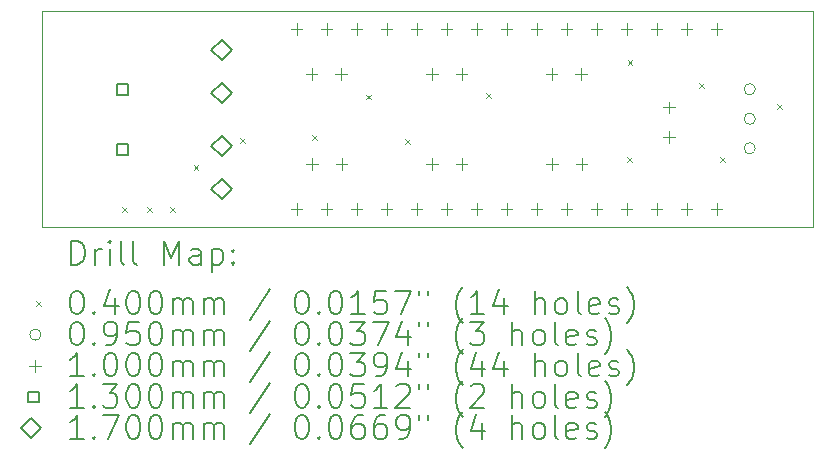
<source format=gbr>
%FSLAX45Y45*%
G04 Gerber Fmt 4.5, Leading zero omitted, Abs format (unit mm)*
G04 Created by KiCad (PCBNEW (6.0.4)) date 2022-06-19 17:23:50*
%MOMM*%
%LPD*%
G01*
G04 APERTURE LIST*
%TA.AperFunction,Profile*%
%ADD10C,0.100000*%
%TD*%
%ADD11C,0.200000*%
%ADD12C,0.040000*%
%ADD13C,0.095000*%
%ADD14C,0.100000*%
%ADD15C,0.130000*%
%ADD16C,0.170000*%
G04 APERTURE END LIST*
D10*
X18313400Y-8331200D02*
X11785600Y-8331200D01*
X11785600Y-8331200D02*
X11785600Y-10160000D01*
X11785600Y-10160000D02*
X18313400Y-10160000D01*
X18313400Y-10160000D02*
X18313400Y-8331200D01*
D11*
D12*
X12465522Y-9986652D02*
X12505522Y-10026652D01*
X12505522Y-9986652D02*
X12465522Y-10026652D01*
X12680000Y-9987600D02*
X12720000Y-10027600D01*
X12720000Y-9987600D02*
X12680000Y-10027600D01*
X12872850Y-9987600D02*
X12912850Y-10027600D01*
X12912850Y-9987600D02*
X12872850Y-10027600D01*
X13074114Y-9634510D02*
X13114114Y-9674510D01*
X13114114Y-9634510D02*
X13074114Y-9674510D01*
X13467400Y-9403400D02*
X13507400Y-9443400D01*
X13507400Y-9403400D02*
X13467400Y-9443400D01*
X14077000Y-9380600D02*
X14117000Y-9420600D01*
X14117000Y-9380600D02*
X14077000Y-9420600D01*
X14535157Y-9037450D02*
X14575157Y-9077450D01*
X14575157Y-9037450D02*
X14535157Y-9077450D01*
X14862487Y-9413750D02*
X14902487Y-9453750D01*
X14902487Y-9413750D02*
X14862487Y-9453750D01*
X15550200Y-9022400D02*
X15590200Y-9062400D01*
X15590200Y-9022400D02*
X15550200Y-9062400D01*
X16744000Y-9566150D02*
X16784000Y-9606150D01*
X16784000Y-9566150D02*
X16744000Y-9606150D01*
X16747300Y-8743000D02*
X16787300Y-8783000D01*
X16787300Y-8743000D02*
X16747300Y-8783000D01*
X17356100Y-8939600D02*
X17396100Y-8979600D01*
X17396100Y-8939600D02*
X17356100Y-8979600D01*
X17531400Y-9566150D02*
X17571400Y-9606150D01*
X17571400Y-9566150D02*
X17531400Y-9606150D01*
X18014000Y-9120000D02*
X18054000Y-9160000D01*
X18054000Y-9120000D02*
X18014000Y-9160000D01*
D13*
X17829200Y-8991600D02*
G75*
G03*
X17829200Y-8991600I-47500J0D01*
G01*
X17829200Y-9241600D02*
G75*
G03*
X17829200Y-9241600I-47500J0D01*
G01*
X17829200Y-9491600D02*
G75*
G03*
X17829200Y-9491600I-47500J0D01*
G01*
D14*
X13944600Y-8433600D02*
X13944600Y-8533600D01*
X13894600Y-8483600D02*
X13994600Y-8483600D01*
X13944600Y-9957600D02*
X13944600Y-10057600D01*
X13894600Y-10007600D02*
X13994600Y-10007600D01*
X14071600Y-8814600D02*
X14071600Y-8914600D01*
X14021600Y-8864600D02*
X14121600Y-8864600D01*
X14075600Y-9576600D02*
X14075600Y-9676600D01*
X14025600Y-9626600D02*
X14125600Y-9626600D01*
X14198600Y-8433600D02*
X14198600Y-8533600D01*
X14148600Y-8483600D02*
X14248600Y-8483600D01*
X14198600Y-9957600D02*
X14198600Y-10057600D01*
X14148600Y-10007600D02*
X14248600Y-10007600D01*
X14321600Y-8814600D02*
X14321600Y-8914600D01*
X14271600Y-8864600D02*
X14371600Y-8864600D01*
X14325600Y-9576600D02*
X14325600Y-9676600D01*
X14275600Y-9626600D02*
X14375600Y-9626600D01*
X14452600Y-8433600D02*
X14452600Y-8533600D01*
X14402600Y-8483600D02*
X14502600Y-8483600D01*
X14452600Y-9957600D02*
X14452600Y-10057600D01*
X14402600Y-10007600D02*
X14502600Y-10007600D01*
X14706600Y-8433600D02*
X14706600Y-8533600D01*
X14656600Y-8483600D02*
X14756600Y-8483600D01*
X14706600Y-9957600D02*
X14706600Y-10057600D01*
X14656600Y-10007600D02*
X14756600Y-10007600D01*
X14960600Y-8433600D02*
X14960600Y-8533600D01*
X14910600Y-8483600D02*
X15010600Y-8483600D01*
X14960600Y-9957600D02*
X14960600Y-10057600D01*
X14910600Y-10007600D02*
X15010600Y-10007600D01*
X15091600Y-8814600D02*
X15091600Y-8914600D01*
X15041600Y-8864600D02*
X15141600Y-8864600D01*
X15091600Y-9576600D02*
X15091600Y-9676600D01*
X15041600Y-9626600D02*
X15141600Y-9626600D01*
X15214600Y-8433600D02*
X15214600Y-8533600D01*
X15164600Y-8483600D02*
X15264600Y-8483600D01*
X15214600Y-9957600D02*
X15214600Y-10057600D01*
X15164600Y-10007600D02*
X15264600Y-10007600D01*
X15341600Y-8814600D02*
X15341600Y-8914600D01*
X15291600Y-8864600D02*
X15391600Y-8864600D01*
X15341600Y-9576600D02*
X15341600Y-9676600D01*
X15291600Y-9626600D02*
X15391600Y-9626600D01*
X15468600Y-8433600D02*
X15468600Y-8533600D01*
X15418600Y-8483600D02*
X15518600Y-8483600D01*
X15468600Y-9957600D02*
X15468600Y-10057600D01*
X15418600Y-10007600D02*
X15518600Y-10007600D01*
X15722600Y-8433600D02*
X15722600Y-8533600D01*
X15672600Y-8483600D02*
X15772600Y-8483600D01*
X15722600Y-9957600D02*
X15722600Y-10057600D01*
X15672600Y-10007600D02*
X15772600Y-10007600D01*
X15976600Y-8433600D02*
X15976600Y-8533600D01*
X15926600Y-8483600D02*
X16026600Y-8483600D01*
X15976600Y-9957600D02*
X15976600Y-10057600D01*
X15926600Y-10007600D02*
X16026600Y-10007600D01*
X16103600Y-8814600D02*
X16103600Y-8914600D01*
X16053600Y-8864600D02*
X16153600Y-8864600D01*
X16107600Y-9576600D02*
X16107600Y-9676600D01*
X16057600Y-9626600D02*
X16157600Y-9626600D01*
X16230600Y-8433600D02*
X16230600Y-8533600D01*
X16180600Y-8483600D02*
X16280600Y-8483600D01*
X16230600Y-9957600D02*
X16230600Y-10057600D01*
X16180600Y-10007600D02*
X16280600Y-10007600D01*
X16353600Y-8814600D02*
X16353600Y-8914600D01*
X16303600Y-8864600D02*
X16403600Y-8864600D01*
X16357600Y-9576600D02*
X16357600Y-9676600D01*
X16307600Y-9626600D02*
X16407600Y-9626600D01*
X16484600Y-8433600D02*
X16484600Y-8533600D01*
X16434600Y-8483600D02*
X16534600Y-8483600D01*
X16484600Y-9957600D02*
X16484600Y-10057600D01*
X16434600Y-10007600D02*
X16534600Y-10007600D01*
X16738600Y-8433600D02*
X16738600Y-8533600D01*
X16688600Y-8483600D02*
X16788600Y-8483600D01*
X16738600Y-9957600D02*
X16738600Y-10057600D01*
X16688600Y-10007600D02*
X16788600Y-10007600D01*
X16992600Y-8433600D02*
X16992600Y-8533600D01*
X16942600Y-8483600D02*
X17042600Y-8483600D01*
X16992600Y-9957600D02*
X16992600Y-10057600D01*
X16942600Y-10007600D02*
X17042600Y-10007600D01*
X17095900Y-9096000D02*
X17095900Y-9196000D01*
X17045900Y-9146000D02*
X17145900Y-9146000D01*
X17095900Y-9346000D02*
X17095900Y-9446000D01*
X17045900Y-9396000D02*
X17145900Y-9396000D01*
X17246600Y-8433600D02*
X17246600Y-8533600D01*
X17196600Y-8483600D02*
X17296600Y-8483600D01*
X17246600Y-9957600D02*
X17246600Y-10057600D01*
X17196600Y-10007600D02*
X17296600Y-10007600D01*
X17500600Y-8433600D02*
X17500600Y-8533600D01*
X17450600Y-8483600D02*
X17550600Y-8483600D01*
X17500600Y-9957600D02*
X17500600Y-10057600D01*
X17450600Y-10007600D02*
X17550600Y-10007600D01*
D15*
X12517362Y-9037562D02*
X12517362Y-8945638D01*
X12425438Y-8945638D01*
X12425438Y-9037562D01*
X12517362Y-9037562D01*
X12517362Y-9545562D02*
X12517362Y-9453638D01*
X12425438Y-9453638D01*
X12425438Y-9545562D01*
X12517362Y-9545562D01*
D16*
X13309600Y-8741100D02*
X13394600Y-8656100D01*
X13309600Y-8571100D01*
X13224600Y-8656100D01*
X13309600Y-8741100D01*
X13309600Y-9107100D02*
X13394600Y-9022100D01*
X13309600Y-8937100D01*
X13224600Y-9022100D01*
X13309600Y-9107100D01*
X13309600Y-9554100D02*
X13394600Y-9469100D01*
X13309600Y-9384100D01*
X13224600Y-9469100D01*
X13309600Y-9554100D01*
X13309600Y-9920100D02*
X13394600Y-9835100D01*
X13309600Y-9750100D01*
X13224600Y-9835100D01*
X13309600Y-9920100D01*
D11*
X12038219Y-10475476D02*
X12038219Y-10275476D01*
X12085838Y-10275476D01*
X12114409Y-10285000D01*
X12133457Y-10304048D01*
X12142981Y-10323095D01*
X12152505Y-10361190D01*
X12152505Y-10389762D01*
X12142981Y-10427857D01*
X12133457Y-10446905D01*
X12114409Y-10465952D01*
X12085838Y-10475476D01*
X12038219Y-10475476D01*
X12238219Y-10475476D02*
X12238219Y-10342143D01*
X12238219Y-10380238D02*
X12247743Y-10361190D01*
X12257267Y-10351667D01*
X12276314Y-10342143D01*
X12295362Y-10342143D01*
X12362028Y-10475476D02*
X12362028Y-10342143D01*
X12362028Y-10275476D02*
X12352505Y-10285000D01*
X12362028Y-10294524D01*
X12371552Y-10285000D01*
X12362028Y-10275476D01*
X12362028Y-10294524D01*
X12485838Y-10475476D02*
X12466790Y-10465952D01*
X12457267Y-10446905D01*
X12457267Y-10275476D01*
X12590600Y-10475476D02*
X12571552Y-10465952D01*
X12562028Y-10446905D01*
X12562028Y-10275476D01*
X12819171Y-10475476D02*
X12819171Y-10275476D01*
X12885838Y-10418333D01*
X12952505Y-10275476D01*
X12952505Y-10475476D01*
X13133457Y-10475476D02*
X13133457Y-10370714D01*
X13123933Y-10351667D01*
X13104886Y-10342143D01*
X13066790Y-10342143D01*
X13047743Y-10351667D01*
X13133457Y-10465952D02*
X13114409Y-10475476D01*
X13066790Y-10475476D01*
X13047743Y-10465952D01*
X13038219Y-10446905D01*
X13038219Y-10427857D01*
X13047743Y-10408810D01*
X13066790Y-10399286D01*
X13114409Y-10399286D01*
X13133457Y-10389762D01*
X13228695Y-10342143D02*
X13228695Y-10542143D01*
X13228695Y-10351667D02*
X13247743Y-10342143D01*
X13285838Y-10342143D01*
X13304886Y-10351667D01*
X13314409Y-10361190D01*
X13323933Y-10380238D01*
X13323933Y-10437381D01*
X13314409Y-10456429D01*
X13304886Y-10465952D01*
X13285838Y-10475476D01*
X13247743Y-10475476D01*
X13228695Y-10465952D01*
X13409648Y-10456429D02*
X13419171Y-10465952D01*
X13409648Y-10475476D01*
X13400124Y-10465952D01*
X13409648Y-10456429D01*
X13409648Y-10475476D01*
X13409648Y-10351667D02*
X13419171Y-10361190D01*
X13409648Y-10370714D01*
X13400124Y-10361190D01*
X13409648Y-10351667D01*
X13409648Y-10370714D01*
D12*
X11740600Y-10785000D02*
X11780600Y-10825000D01*
X11780600Y-10785000D02*
X11740600Y-10825000D01*
D11*
X12076314Y-10695476D02*
X12095362Y-10695476D01*
X12114409Y-10705000D01*
X12123933Y-10714524D01*
X12133457Y-10733571D01*
X12142981Y-10771667D01*
X12142981Y-10819286D01*
X12133457Y-10857381D01*
X12123933Y-10876429D01*
X12114409Y-10885952D01*
X12095362Y-10895476D01*
X12076314Y-10895476D01*
X12057267Y-10885952D01*
X12047743Y-10876429D01*
X12038219Y-10857381D01*
X12028695Y-10819286D01*
X12028695Y-10771667D01*
X12038219Y-10733571D01*
X12047743Y-10714524D01*
X12057267Y-10705000D01*
X12076314Y-10695476D01*
X12228695Y-10876429D02*
X12238219Y-10885952D01*
X12228695Y-10895476D01*
X12219171Y-10885952D01*
X12228695Y-10876429D01*
X12228695Y-10895476D01*
X12409648Y-10762143D02*
X12409648Y-10895476D01*
X12362028Y-10685952D02*
X12314409Y-10828810D01*
X12438219Y-10828810D01*
X12552505Y-10695476D02*
X12571552Y-10695476D01*
X12590600Y-10705000D01*
X12600124Y-10714524D01*
X12609648Y-10733571D01*
X12619171Y-10771667D01*
X12619171Y-10819286D01*
X12609648Y-10857381D01*
X12600124Y-10876429D01*
X12590600Y-10885952D01*
X12571552Y-10895476D01*
X12552505Y-10895476D01*
X12533457Y-10885952D01*
X12523933Y-10876429D01*
X12514409Y-10857381D01*
X12504886Y-10819286D01*
X12504886Y-10771667D01*
X12514409Y-10733571D01*
X12523933Y-10714524D01*
X12533457Y-10705000D01*
X12552505Y-10695476D01*
X12742981Y-10695476D02*
X12762028Y-10695476D01*
X12781076Y-10705000D01*
X12790600Y-10714524D01*
X12800124Y-10733571D01*
X12809648Y-10771667D01*
X12809648Y-10819286D01*
X12800124Y-10857381D01*
X12790600Y-10876429D01*
X12781076Y-10885952D01*
X12762028Y-10895476D01*
X12742981Y-10895476D01*
X12723933Y-10885952D01*
X12714409Y-10876429D01*
X12704886Y-10857381D01*
X12695362Y-10819286D01*
X12695362Y-10771667D01*
X12704886Y-10733571D01*
X12714409Y-10714524D01*
X12723933Y-10705000D01*
X12742981Y-10695476D01*
X12895362Y-10895476D02*
X12895362Y-10762143D01*
X12895362Y-10781190D02*
X12904886Y-10771667D01*
X12923933Y-10762143D01*
X12952505Y-10762143D01*
X12971552Y-10771667D01*
X12981076Y-10790714D01*
X12981076Y-10895476D01*
X12981076Y-10790714D02*
X12990600Y-10771667D01*
X13009648Y-10762143D01*
X13038219Y-10762143D01*
X13057267Y-10771667D01*
X13066790Y-10790714D01*
X13066790Y-10895476D01*
X13162028Y-10895476D02*
X13162028Y-10762143D01*
X13162028Y-10781190D02*
X13171552Y-10771667D01*
X13190600Y-10762143D01*
X13219171Y-10762143D01*
X13238219Y-10771667D01*
X13247743Y-10790714D01*
X13247743Y-10895476D01*
X13247743Y-10790714D02*
X13257267Y-10771667D01*
X13276314Y-10762143D01*
X13304886Y-10762143D01*
X13323933Y-10771667D01*
X13333457Y-10790714D01*
X13333457Y-10895476D01*
X13723933Y-10685952D02*
X13552505Y-10943095D01*
X13981076Y-10695476D02*
X14000124Y-10695476D01*
X14019171Y-10705000D01*
X14028695Y-10714524D01*
X14038219Y-10733571D01*
X14047743Y-10771667D01*
X14047743Y-10819286D01*
X14038219Y-10857381D01*
X14028695Y-10876429D01*
X14019171Y-10885952D01*
X14000124Y-10895476D01*
X13981076Y-10895476D01*
X13962028Y-10885952D01*
X13952505Y-10876429D01*
X13942981Y-10857381D01*
X13933457Y-10819286D01*
X13933457Y-10771667D01*
X13942981Y-10733571D01*
X13952505Y-10714524D01*
X13962028Y-10705000D01*
X13981076Y-10695476D01*
X14133457Y-10876429D02*
X14142981Y-10885952D01*
X14133457Y-10895476D01*
X14123933Y-10885952D01*
X14133457Y-10876429D01*
X14133457Y-10895476D01*
X14266790Y-10695476D02*
X14285838Y-10695476D01*
X14304886Y-10705000D01*
X14314409Y-10714524D01*
X14323933Y-10733571D01*
X14333457Y-10771667D01*
X14333457Y-10819286D01*
X14323933Y-10857381D01*
X14314409Y-10876429D01*
X14304886Y-10885952D01*
X14285838Y-10895476D01*
X14266790Y-10895476D01*
X14247743Y-10885952D01*
X14238219Y-10876429D01*
X14228695Y-10857381D01*
X14219171Y-10819286D01*
X14219171Y-10771667D01*
X14228695Y-10733571D01*
X14238219Y-10714524D01*
X14247743Y-10705000D01*
X14266790Y-10695476D01*
X14523933Y-10895476D02*
X14409648Y-10895476D01*
X14466790Y-10895476D02*
X14466790Y-10695476D01*
X14447743Y-10724048D01*
X14428695Y-10743095D01*
X14409648Y-10752619D01*
X14704886Y-10695476D02*
X14609648Y-10695476D01*
X14600124Y-10790714D01*
X14609648Y-10781190D01*
X14628695Y-10771667D01*
X14676314Y-10771667D01*
X14695362Y-10781190D01*
X14704886Y-10790714D01*
X14714409Y-10809762D01*
X14714409Y-10857381D01*
X14704886Y-10876429D01*
X14695362Y-10885952D01*
X14676314Y-10895476D01*
X14628695Y-10895476D01*
X14609648Y-10885952D01*
X14600124Y-10876429D01*
X14781076Y-10695476D02*
X14914409Y-10695476D01*
X14828695Y-10895476D01*
X14981076Y-10695476D02*
X14981076Y-10733571D01*
X15057267Y-10695476D02*
X15057267Y-10733571D01*
X15352505Y-10971667D02*
X15342981Y-10962143D01*
X15323933Y-10933571D01*
X15314409Y-10914524D01*
X15304886Y-10885952D01*
X15295362Y-10838333D01*
X15295362Y-10800238D01*
X15304886Y-10752619D01*
X15314409Y-10724048D01*
X15323933Y-10705000D01*
X15342981Y-10676429D01*
X15352505Y-10666905D01*
X15533457Y-10895476D02*
X15419171Y-10895476D01*
X15476314Y-10895476D02*
X15476314Y-10695476D01*
X15457267Y-10724048D01*
X15438219Y-10743095D01*
X15419171Y-10752619D01*
X15704886Y-10762143D02*
X15704886Y-10895476D01*
X15657267Y-10685952D02*
X15609648Y-10828810D01*
X15733457Y-10828810D01*
X15962028Y-10895476D02*
X15962028Y-10695476D01*
X16047743Y-10895476D02*
X16047743Y-10790714D01*
X16038219Y-10771667D01*
X16019171Y-10762143D01*
X15990600Y-10762143D01*
X15971552Y-10771667D01*
X15962028Y-10781190D01*
X16171552Y-10895476D02*
X16152505Y-10885952D01*
X16142981Y-10876429D01*
X16133457Y-10857381D01*
X16133457Y-10800238D01*
X16142981Y-10781190D01*
X16152505Y-10771667D01*
X16171552Y-10762143D01*
X16200124Y-10762143D01*
X16219171Y-10771667D01*
X16228695Y-10781190D01*
X16238219Y-10800238D01*
X16238219Y-10857381D01*
X16228695Y-10876429D01*
X16219171Y-10885952D01*
X16200124Y-10895476D01*
X16171552Y-10895476D01*
X16352505Y-10895476D02*
X16333457Y-10885952D01*
X16323933Y-10866905D01*
X16323933Y-10695476D01*
X16504886Y-10885952D02*
X16485838Y-10895476D01*
X16447743Y-10895476D01*
X16428695Y-10885952D01*
X16419171Y-10866905D01*
X16419171Y-10790714D01*
X16428695Y-10771667D01*
X16447743Y-10762143D01*
X16485838Y-10762143D01*
X16504886Y-10771667D01*
X16514409Y-10790714D01*
X16514409Y-10809762D01*
X16419171Y-10828810D01*
X16590600Y-10885952D02*
X16609648Y-10895476D01*
X16647743Y-10895476D01*
X16666790Y-10885952D01*
X16676314Y-10866905D01*
X16676314Y-10857381D01*
X16666790Y-10838333D01*
X16647743Y-10828810D01*
X16619171Y-10828810D01*
X16600124Y-10819286D01*
X16590600Y-10800238D01*
X16590600Y-10790714D01*
X16600124Y-10771667D01*
X16619171Y-10762143D01*
X16647743Y-10762143D01*
X16666790Y-10771667D01*
X16742981Y-10971667D02*
X16752505Y-10962143D01*
X16771552Y-10933571D01*
X16781076Y-10914524D01*
X16790600Y-10885952D01*
X16800124Y-10838333D01*
X16800124Y-10800238D01*
X16790600Y-10752619D01*
X16781076Y-10724048D01*
X16771552Y-10705000D01*
X16752505Y-10676429D01*
X16742981Y-10666905D01*
D13*
X11780600Y-11069000D02*
G75*
G03*
X11780600Y-11069000I-47500J0D01*
G01*
D11*
X12076314Y-10959476D02*
X12095362Y-10959476D01*
X12114409Y-10969000D01*
X12123933Y-10978524D01*
X12133457Y-10997571D01*
X12142981Y-11035667D01*
X12142981Y-11083286D01*
X12133457Y-11121381D01*
X12123933Y-11140429D01*
X12114409Y-11149952D01*
X12095362Y-11159476D01*
X12076314Y-11159476D01*
X12057267Y-11149952D01*
X12047743Y-11140429D01*
X12038219Y-11121381D01*
X12028695Y-11083286D01*
X12028695Y-11035667D01*
X12038219Y-10997571D01*
X12047743Y-10978524D01*
X12057267Y-10969000D01*
X12076314Y-10959476D01*
X12228695Y-11140429D02*
X12238219Y-11149952D01*
X12228695Y-11159476D01*
X12219171Y-11149952D01*
X12228695Y-11140429D01*
X12228695Y-11159476D01*
X12333457Y-11159476D02*
X12371552Y-11159476D01*
X12390600Y-11149952D01*
X12400124Y-11140429D01*
X12419171Y-11111857D01*
X12428695Y-11073762D01*
X12428695Y-10997571D01*
X12419171Y-10978524D01*
X12409648Y-10969000D01*
X12390600Y-10959476D01*
X12352505Y-10959476D01*
X12333457Y-10969000D01*
X12323933Y-10978524D01*
X12314409Y-10997571D01*
X12314409Y-11045190D01*
X12323933Y-11064238D01*
X12333457Y-11073762D01*
X12352505Y-11083286D01*
X12390600Y-11083286D01*
X12409648Y-11073762D01*
X12419171Y-11064238D01*
X12428695Y-11045190D01*
X12609648Y-10959476D02*
X12514409Y-10959476D01*
X12504886Y-11054714D01*
X12514409Y-11045190D01*
X12533457Y-11035667D01*
X12581076Y-11035667D01*
X12600124Y-11045190D01*
X12609648Y-11054714D01*
X12619171Y-11073762D01*
X12619171Y-11121381D01*
X12609648Y-11140429D01*
X12600124Y-11149952D01*
X12581076Y-11159476D01*
X12533457Y-11159476D01*
X12514409Y-11149952D01*
X12504886Y-11140429D01*
X12742981Y-10959476D02*
X12762028Y-10959476D01*
X12781076Y-10969000D01*
X12790600Y-10978524D01*
X12800124Y-10997571D01*
X12809648Y-11035667D01*
X12809648Y-11083286D01*
X12800124Y-11121381D01*
X12790600Y-11140429D01*
X12781076Y-11149952D01*
X12762028Y-11159476D01*
X12742981Y-11159476D01*
X12723933Y-11149952D01*
X12714409Y-11140429D01*
X12704886Y-11121381D01*
X12695362Y-11083286D01*
X12695362Y-11035667D01*
X12704886Y-10997571D01*
X12714409Y-10978524D01*
X12723933Y-10969000D01*
X12742981Y-10959476D01*
X12895362Y-11159476D02*
X12895362Y-11026143D01*
X12895362Y-11045190D02*
X12904886Y-11035667D01*
X12923933Y-11026143D01*
X12952505Y-11026143D01*
X12971552Y-11035667D01*
X12981076Y-11054714D01*
X12981076Y-11159476D01*
X12981076Y-11054714D02*
X12990600Y-11035667D01*
X13009648Y-11026143D01*
X13038219Y-11026143D01*
X13057267Y-11035667D01*
X13066790Y-11054714D01*
X13066790Y-11159476D01*
X13162028Y-11159476D02*
X13162028Y-11026143D01*
X13162028Y-11045190D02*
X13171552Y-11035667D01*
X13190600Y-11026143D01*
X13219171Y-11026143D01*
X13238219Y-11035667D01*
X13247743Y-11054714D01*
X13247743Y-11159476D01*
X13247743Y-11054714D02*
X13257267Y-11035667D01*
X13276314Y-11026143D01*
X13304886Y-11026143D01*
X13323933Y-11035667D01*
X13333457Y-11054714D01*
X13333457Y-11159476D01*
X13723933Y-10949952D02*
X13552505Y-11207095D01*
X13981076Y-10959476D02*
X14000124Y-10959476D01*
X14019171Y-10969000D01*
X14028695Y-10978524D01*
X14038219Y-10997571D01*
X14047743Y-11035667D01*
X14047743Y-11083286D01*
X14038219Y-11121381D01*
X14028695Y-11140429D01*
X14019171Y-11149952D01*
X14000124Y-11159476D01*
X13981076Y-11159476D01*
X13962028Y-11149952D01*
X13952505Y-11140429D01*
X13942981Y-11121381D01*
X13933457Y-11083286D01*
X13933457Y-11035667D01*
X13942981Y-10997571D01*
X13952505Y-10978524D01*
X13962028Y-10969000D01*
X13981076Y-10959476D01*
X14133457Y-11140429D02*
X14142981Y-11149952D01*
X14133457Y-11159476D01*
X14123933Y-11149952D01*
X14133457Y-11140429D01*
X14133457Y-11159476D01*
X14266790Y-10959476D02*
X14285838Y-10959476D01*
X14304886Y-10969000D01*
X14314409Y-10978524D01*
X14323933Y-10997571D01*
X14333457Y-11035667D01*
X14333457Y-11083286D01*
X14323933Y-11121381D01*
X14314409Y-11140429D01*
X14304886Y-11149952D01*
X14285838Y-11159476D01*
X14266790Y-11159476D01*
X14247743Y-11149952D01*
X14238219Y-11140429D01*
X14228695Y-11121381D01*
X14219171Y-11083286D01*
X14219171Y-11035667D01*
X14228695Y-10997571D01*
X14238219Y-10978524D01*
X14247743Y-10969000D01*
X14266790Y-10959476D01*
X14400124Y-10959476D02*
X14523933Y-10959476D01*
X14457267Y-11035667D01*
X14485838Y-11035667D01*
X14504886Y-11045190D01*
X14514409Y-11054714D01*
X14523933Y-11073762D01*
X14523933Y-11121381D01*
X14514409Y-11140429D01*
X14504886Y-11149952D01*
X14485838Y-11159476D01*
X14428695Y-11159476D01*
X14409648Y-11149952D01*
X14400124Y-11140429D01*
X14590600Y-10959476D02*
X14723933Y-10959476D01*
X14638219Y-11159476D01*
X14885838Y-11026143D02*
X14885838Y-11159476D01*
X14838219Y-10949952D02*
X14790600Y-11092810D01*
X14914409Y-11092810D01*
X14981076Y-10959476D02*
X14981076Y-10997571D01*
X15057267Y-10959476D02*
X15057267Y-10997571D01*
X15352505Y-11235667D02*
X15342981Y-11226143D01*
X15323933Y-11197571D01*
X15314409Y-11178524D01*
X15304886Y-11149952D01*
X15295362Y-11102333D01*
X15295362Y-11064238D01*
X15304886Y-11016619D01*
X15314409Y-10988048D01*
X15323933Y-10969000D01*
X15342981Y-10940429D01*
X15352505Y-10930905D01*
X15409648Y-10959476D02*
X15533457Y-10959476D01*
X15466790Y-11035667D01*
X15495362Y-11035667D01*
X15514409Y-11045190D01*
X15523933Y-11054714D01*
X15533457Y-11073762D01*
X15533457Y-11121381D01*
X15523933Y-11140429D01*
X15514409Y-11149952D01*
X15495362Y-11159476D01*
X15438219Y-11159476D01*
X15419171Y-11149952D01*
X15409648Y-11140429D01*
X15771552Y-11159476D02*
X15771552Y-10959476D01*
X15857267Y-11159476D02*
X15857267Y-11054714D01*
X15847743Y-11035667D01*
X15828695Y-11026143D01*
X15800124Y-11026143D01*
X15781076Y-11035667D01*
X15771552Y-11045190D01*
X15981076Y-11159476D02*
X15962028Y-11149952D01*
X15952505Y-11140429D01*
X15942981Y-11121381D01*
X15942981Y-11064238D01*
X15952505Y-11045190D01*
X15962028Y-11035667D01*
X15981076Y-11026143D01*
X16009648Y-11026143D01*
X16028695Y-11035667D01*
X16038219Y-11045190D01*
X16047743Y-11064238D01*
X16047743Y-11121381D01*
X16038219Y-11140429D01*
X16028695Y-11149952D01*
X16009648Y-11159476D01*
X15981076Y-11159476D01*
X16162028Y-11159476D02*
X16142981Y-11149952D01*
X16133457Y-11130905D01*
X16133457Y-10959476D01*
X16314409Y-11149952D02*
X16295362Y-11159476D01*
X16257267Y-11159476D01*
X16238219Y-11149952D01*
X16228695Y-11130905D01*
X16228695Y-11054714D01*
X16238219Y-11035667D01*
X16257267Y-11026143D01*
X16295362Y-11026143D01*
X16314409Y-11035667D01*
X16323933Y-11054714D01*
X16323933Y-11073762D01*
X16228695Y-11092810D01*
X16400124Y-11149952D02*
X16419171Y-11159476D01*
X16457267Y-11159476D01*
X16476314Y-11149952D01*
X16485838Y-11130905D01*
X16485838Y-11121381D01*
X16476314Y-11102333D01*
X16457267Y-11092810D01*
X16428695Y-11092810D01*
X16409648Y-11083286D01*
X16400124Y-11064238D01*
X16400124Y-11054714D01*
X16409648Y-11035667D01*
X16428695Y-11026143D01*
X16457267Y-11026143D01*
X16476314Y-11035667D01*
X16552505Y-11235667D02*
X16562028Y-11226143D01*
X16581076Y-11197571D01*
X16590600Y-11178524D01*
X16600124Y-11149952D01*
X16609648Y-11102333D01*
X16609648Y-11064238D01*
X16600124Y-11016619D01*
X16590600Y-10988048D01*
X16581076Y-10969000D01*
X16562028Y-10940429D01*
X16552505Y-10930905D01*
D14*
X11730600Y-11283000D02*
X11730600Y-11383000D01*
X11680600Y-11333000D02*
X11780600Y-11333000D01*
D11*
X12142981Y-11423476D02*
X12028695Y-11423476D01*
X12085838Y-11423476D02*
X12085838Y-11223476D01*
X12066790Y-11252048D01*
X12047743Y-11271095D01*
X12028695Y-11280619D01*
X12228695Y-11404428D02*
X12238219Y-11413952D01*
X12228695Y-11423476D01*
X12219171Y-11413952D01*
X12228695Y-11404428D01*
X12228695Y-11423476D01*
X12362028Y-11223476D02*
X12381076Y-11223476D01*
X12400124Y-11233000D01*
X12409648Y-11242524D01*
X12419171Y-11261571D01*
X12428695Y-11299667D01*
X12428695Y-11347286D01*
X12419171Y-11385381D01*
X12409648Y-11404428D01*
X12400124Y-11413952D01*
X12381076Y-11423476D01*
X12362028Y-11423476D01*
X12342981Y-11413952D01*
X12333457Y-11404428D01*
X12323933Y-11385381D01*
X12314409Y-11347286D01*
X12314409Y-11299667D01*
X12323933Y-11261571D01*
X12333457Y-11242524D01*
X12342981Y-11233000D01*
X12362028Y-11223476D01*
X12552505Y-11223476D02*
X12571552Y-11223476D01*
X12590600Y-11233000D01*
X12600124Y-11242524D01*
X12609648Y-11261571D01*
X12619171Y-11299667D01*
X12619171Y-11347286D01*
X12609648Y-11385381D01*
X12600124Y-11404428D01*
X12590600Y-11413952D01*
X12571552Y-11423476D01*
X12552505Y-11423476D01*
X12533457Y-11413952D01*
X12523933Y-11404428D01*
X12514409Y-11385381D01*
X12504886Y-11347286D01*
X12504886Y-11299667D01*
X12514409Y-11261571D01*
X12523933Y-11242524D01*
X12533457Y-11233000D01*
X12552505Y-11223476D01*
X12742981Y-11223476D02*
X12762028Y-11223476D01*
X12781076Y-11233000D01*
X12790600Y-11242524D01*
X12800124Y-11261571D01*
X12809648Y-11299667D01*
X12809648Y-11347286D01*
X12800124Y-11385381D01*
X12790600Y-11404428D01*
X12781076Y-11413952D01*
X12762028Y-11423476D01*
X12742981Y-11423476D01*
X12723933Y-11413952D01*
X12714409Y-11404428D01*
X12704886Y-11385381D01*
X12695362Y-11347286D01*
X12695362Y-11299667D01*
X12704886Y-11261571D01*
X12714409Y-11242524D01*
X12723933Y-11233000D01*
X12742981Y-11223476D01*
X12895362Y-11423476D02*
X12895362Y-11290143D01*
X12895362Y-11309190D02*
X12904886Y-11299667D01*
X12923933Y-11290143D01*
X12952505Y-11290143D01*
X12971552Y-11299667D01*
X12981076Y-11318714D01*
X12981076Y-11423476D01*
X12981076Y-11318714D02*
X12990600Y-11299667D01*
X13009648Y-11290143D01*
X13038219Y-11290143D01*
X13057267Y-11299667D01*
X13066790Y-11318714D01*
X13066790Y-11423476D01*
X13162028Y-11423476D02*
X13162028Y-11290143D01*
X13162028Y-11309190D02*
X13171552Y-11299667D01*
X13190600Y-11290143D01*
X13219171Y-11290143D01*
X13238219Y-11299667D01*
X13247743Y-11318714D01*
X13247743Y-11423476D01*
X13247743Y-11318714D02*
X13257267Y-11299667D01*
X13276314Y-11290143D01*
X13304886Y-11290143D01*
X13323933Y-11299667D01*
X13333457Y-11318714D01*
X13333457Y-11423476D01*
X13723933Y-11213952D02*
X13552505Y-11471095D01*
X13981076Y-11223476D02*
X14000124Y-11223476D01*
X14019171Y-11233000D01*
X14028695Y-11242524D01*
X14038219Y-11261571D01*
X14047743Y-11299667D01*
X14047743Y-11347286D01*
X14038219Y-11385381D01*
X14028695Y-11404428D01*
X14019171Y-11413952D01*
X14000124Y-11423476D01*
X13981076Y-11423476D01*
X13962028Y-11413952D01*
X13952505Y-11404428D01*
X13942981Y-11385381D01*
X13933457Y-11347286D01*
X13933457Y-11299667D01*
X13942981Y-11261571D01*
X13952505Y-11242524D01*
X13962028Y-11233000D01*
X13981076Y-11223476D01*
X14133457Y-11404428D02*
X14142981Y-11413952D01*
X14133457Y-11423476D01*
X14123933Y-11413952D01*
X14133457Y-11404428D01*
X14133457Y-11423476D01*
X14266790Y-11223476D02*
X14285838Y-11223476D01*
X14304886Y-11233000D01*
X14314409Y-11242524D01*
X14323933Y-11261571D01*
X14333457Y-11299667D01*
X14333457Y-11347286D01*
X14323933Y-11385381D01*
X14314409Y-11404428D01*
X14304886Y-11413952D01*
X14285838Y-11423476D01*
X14266790Y-11423476D01*
X14247743Y-11413952D01*
X14238219Y-11404428D01*
X14228695Y-11385381D01*
X14219171Y-11347286D01*
X14219171Y-11299667D01*
X14228695Y-11261571D01*
X14238219Y-11242524D01*
X14247743Y-11233000D01*
X14266790Y-11223476D01*
X14400124Y-11223476D02*
X14523933Y-11223476D01*
X14457267Y-11299667D01*
X14485838Y-11299667D01*
X14504886Y-11309190D01*
X14514409Y-11318714D01*
X14523933Y-11337762D01*
X14523933Y-11385381D01*
X14514409Y-11404428D01*
X14504886Y-11413952D01*
X14485838Y-11423476D01*
X14428695Y-11423476D01*
X14409648Y-11413952D01*
X14400124Y-11404428D01*
X14619171Y-11423476D02*
X14657267Y-11423476D01*
X14676314Y-11413952D01*
X14685838Y-11404428D01*
X14704886Y-11375857D01*
X14714409Y-11337762D01*
X14714409Y-11261571D01*
X14704886Y-11242524D01*
X14695362Y-11233000D01*
X14676314Y-11223476D01*
X14638219Y-11223476D01*
X14619171Y-11233000D01*
X14609648Y-11242524D01*
X14600124Y-11261571D01*
X14600124Y-11309190D01*
X14609648Y-11328238D01*
X14619171Y-11337762D01*
X14638219Y-11347286D01*
X14676314Y-11347286D01*
X14695362Y-11337762D01*
X14704886Y-11328238D01*
X14714409Y-11309190D01*
X14885838Y-11290143D02*
X14885838Y-11423476D01*
X14838219Y-11213952D02*
X14790600Y-11356809D01*
X14914409Y-11356809D01*
X14981076Y-11223476D02*
X14981076Y-11261571D01*
X15057267Y-11223476D02*
X15057267Y-11261571D01*
X15352505Y-11499667D02*
X15342981Y-11490143D01*
X15323933Y-11461571D01*
X15314409Y-11442524D01*
X15304886Y-11413952D01*
X15295362Y-11366333D01*
X15295362Y-11328238D01*
X15304886Y-11280619D01*
X15314409Y-11252048D01*
X15323933Y-11233000D01*
X15342981Y-11204428D01*
X15352505Y-11194905D01*
X15514409Y-11290143D02*
X15514409Y-11423476D01*
X15466790Y-11213952D02*
X15419171Y-11356809D01*
X15542981Y-11356809D01*
X15704886Y-11290143D02*
X15704886Y-11423476D01*
X15657267Y-11213952D02*
X15609648Y-11356809D01*
X15733457Y-11356809D01*
X15962028Y-11423476D02*
X15962028Y-11223476D01*
X16047743Y-11423476D02*
X16047743Y-11318714D01*
X16038219Y-11299667D01*
X16019171Y-11290143D01*
X15990600Y-11290143D01*
X15971552Y-11299667D01*
X15962028Y-11309190D01*
X16171552Y-11423476D02*
X16152505Y-11413952D01*
X16142981Y-11404428D01*
X16133457Y-11385381D01*
X16133457Y-11328238D01*
X16142981Y-11309190D01*
X16152505Y-11299667D01*
X16171552Y-11290143D01*
X16200124Y-11290143D01*
X16219171Y-11299667D01*
X16228695Y-11309190D01*
X16238219Y-11328238D01*
X16238219Y-11385381D01*
X16228695Y-11404428D01*
X16219171Y-11413952D01*
X16200124Y-11423476D01*
X16171552Y-11423476D01*
X16352505Y-11423476D02*
X16333457Y-11413952D01*
X16323933Y-11394905D01*
X16323933Y-11223476D01*
X16504886Y-11413952D02*
X16485838Y-11423476D01*
X16447743Y-11423476D01*
X16428695Y-11413952D01*
X16419171Y-11394905D01*
X16419171Y-11318714D01*
X16428695Y-11299667D01*
X16447743Y-11290143D01*
X16485838Y-11290143D01*
X16504886Y-11299667D01*
X16514409Y-11318714D01*
X16514409Y-11337762D01*
X16419171Y-11356809D01*
X16590600Y-11413952D02*
X16609648Y-11423476D01*
X16647743Y-11423476D01*
X16666790Y-11413952D01*
X16676314Y-11394905D01*
X16676314Y-11385381D01*
X16666790Y-11366333D01*
X16647743Y-11356809D01*
X16619171Y-11356809D01*
X16600124Y-11347286D01*
X16590600Y-11328238D01*
X16590600Y-11318714D01*
X16600124Y-11299667D01*
X16619171Y-11290143D01*
X16647743Y-11290143D01*
X16666790Y-11299667D01*
X16742981Y-11499667D02*
X16752505Y-11490143D01*
X16771552Y-11461571D01*
X16781076Y-11442524D01*
X16790600Y-11413952D01*
X16800124Y-11366333D01*
X16800124Y-11328238D01*
X16790600Y-11280619D01*
X16781076Y-11252048D01*
X16771552Y-11233000D01*
X16752505Y-11204428D01*
X16742981Y-11194905D01*
D15*
X11761562Y-11642962D02*
X11761562Y-11551038D01*
X11669638Y-11551038D01*
X11669638Y-11642962D01*
X11761562Y-11642962D01*
D11*
X12142981Y-11687476D02*
X12028695Y-11687476D01*
X12085838Y-11687476D02*
X12085838Y-11487476D01*
X12066790Y-11516048D01*
X12047743Y-11535095D01*
X12028695Y-11544619D01*
X12228695Y-11668428D02*
X12238219Y-11677952D01*
X12228695Y-11687476D01*
X12219171Y-11677952D01*
X12228695Y-11668428D01*
X12228695Y-11687476D01*
X12304886Y-11487476D02*
X12428695Y-11487476D01*
X12362028Y-11563667D01*
X12390600Y-11563667D01*
X12409648Y-11573190D01*
X12419171Y-11582714D01*
X12428695Y-11601762D01*
X12428695Y-11649381D01*
X12419171Y-11668428D01*
X12409648Y-11677952D01*
X12390600Y-11687476D01*
X12333457Y-11687476D01*
X12314409Y-11677952D01*
X12304886Y-11668428D01*
X12552505Y-11487476D02*
X12571552Y-11487476D01*
X12590600Y-11497000D01*
X12600124Y-11506524D01*
X12609648Y-11525571D01*
X12619171Y-11563667D01*
X12619171Y-11611286D01*
X12609648Y-11649381D01*
X12600124Y-11668428D01*
X12590600Y-11677952D01*
X12571552Y-11687476D01*
X12552505Y-11687476D01*
X12533457Y-11677952D01*
X12523933Y-11668428D01*
X12514409Y-11649381D01*
X12504886Y-11611286D01*
X12504886Y-11563667D01*
X12514409Y-11525571D01*
X12523933Y-11506524D01*
X12533457Y-11497000D01*
X12552505Y-11487476D01*
X12742981Y-11487476D02*
X12762028Y-11487476D01*
X12781076Y-11497000D01*
X12790600Y-11506524D01*
X12800124Y-11525571D01*
X12809648Y-11563667D01*
X12809648Y-11611286D01*
X12800124Y-11649381D01*
X12790600Y-11668428D01*
X12781076Y-11677952D01*
X12762028Y-11687476D01*
X12742981Y-11687476D01*
X12723933Y-11677952D01*
X12714409Y-11668428D01*
X12704886Y-11649381D01*
X12695362Y-11611286D01*
X12695362Y-11563667D01*
X12704886Y-11525571D01*
X12714409Y-11506524D01*
X12723933Y-11497000D01*
X12742981Y-11487476D01*
X12895362Y-11687476D02*
X12895362Y-11554143D01*
X12895362Y-11573190D02*
X12904886Y-11563667D01*
X12923933Y-11554143D01*
X12952505Y-11554143D01*
X12971552Y-11563667D01*
X12981076Y-11582714D01*
X12981076Y-11687476D01*
X12981076Y-11582714D02*
X12990600Y-11563667D01*
X13009648Y-11554143D01*
X13038219Y-11554143D01*
X13057267Y-11563667D01*
X13066790Y-11582714D01*
X13066790Y-11687476D01*
X13162028Y-11687476D02*
X13162028Y-11554143D01*
X13162028Y-11573190D02*
X13171552Y-11563667D01*
X13190600Y-11554143D01*
X13219171Y-11554143D01*
X13238219Y-11563667D01*
X13247743Y-11582714D01*
X13247743Y-11687476D01*
X13247743Y-11582714D02*
X13257267Y-11563667D01*
X13276314Y-11554143D01*
X13304886Y-11554143D01*
X13323933Y-11563667D01*
X13333457Y-11582714D01*
X13333457Y-11687476D01*
X13723933Y-11477952D02*
X13552505Y-11735095D01*
X13981076Y-11487476D02*
X14000124Y-11487476D01*
X14019171Y-11497000D01*
X14028695Y-11506524D01*
X14038219Y-11525571D01*
X14047743Y-11563667D01*
X14047743Y-11611286D01*
X14038219Y-11649381D01*
X14028695Y-11668428D01*
X14019171Y-11677952D01*
X14000124Y-11687476D01*
X13981076Y-11687476D01*
X13962028Y-11677952D01*
X13952505Y-11668428D01*
X13942981Y-11649381D01*
X13933457Y-11611286D01*
X13933457Y-11563667D01*
X13942981Y-11525571D01*
X13952505Y-11506524D01*
X13962028Y-11497000D01*
X13981076Y-11487476D01*
X14133457Y-11668428D02*
X14142981Y-11677952D01*
X14133457Y-11687476D01*
X14123933Y-11677952D01*
X14133457Y-11668428D01*
X14133457Y-11687476D01*
X14266790Y-11487476D02*
X14285838Y-11487476D01*
X14304886Y-11497000D01*
X14314409Y-11506524D01*
X14323933Y-11525571D01*
X14333457Y-11563667D01*
X14333457Y-11611286D01*
X14323933Y-11649381D01*
X14314409Y-11668428D01*
X14304886Y-11677952D01*
X14285838Y-11687476D01*
X14266790Y-11687476D01*
X14247743Y-11677952D01*
X14238219Y-11668428D01*
X14228695Y-11649381D01*
X14219171Y-11611286D01*
X14219171Y-11563667D01*
X14228695Y-11525571D01*
X14238219Y-11506524D01*
X14247743Y-11497000D01*
X14266790Y-11487476D01*
X14514409Y-11487476D02*
X14419171Y-11487476D01*
X14409648Y-11582714D01*
X14419171Y-11573190D01*
X14438219Y-11563667D01*
X14485838Y-11563667D01*
X14504886Y-11573190D01*
X14514409Y-11582714D01*
X14523933Y-11601762D01*
X14523933Y-11649381D01*
X14514409Y-11668428D01*
X14504886Y-11677952D01*
X14485838Y-11687476D01*
X14438219Y-11687476D01*
X14419171Y-11677952D01*
X14409648Y-11668428D01*
X14714409Y-11687476D02*
X14600124Y-11687476D01*
X14657267Y-11687476D02*
X14657267Y-11487476D01*
X14638219Y-11516048D01*
X14619171Y-11535095D01*
X14600124Y-11544619D01*
X14790600Y-11506524D02*
X14800124Y-11497000D01*
X14819171Y-11487476D01*
X14866790Y-11487476D01*
X14885838Y-11497000D01*
X14895362Y-11506524D01*
X14904886Y-11525571D01*
X14904886Y-11544619D01*
X14895362Y-11573190D01*
X14781076Y-11687476D01*
X14904886Y-11687476D01*
X14981076Y-11487476D02*
X14981076Y-11525571D01*
X15057267Y-11487476D02*
X15057267Y-11525571D01*
X15352505Y-11763667D02*
X15342981Y-11754143D01*
X15323933Y-11725571D01*
X15314409Y-11706524D01*
X15304886Y-11677952D01*
X15295362Y-11630333D01*
X15295362Y-11592238D01*
X15304886Y-11544619D01*
X15314409Y-11516048D01*
X15323933Y-11497000D01*
X15342981Y-11468428D01*
X15352505Y-11458905D01*
X15419171Y-11506524D02*
X15428695Y-11497000D01*
X15447743Y-11487476D01*
X15495362Y-11487476D01*
X15514409Y-11497000D01*
X15523933Y-11506524D01*
X15533457Y-11525571D01*
X15533457Y-11544619D01*
X15523933Y-11573190D01*
X15409648Y-11687476D01*
X15533457Y-11687476D01*
X15771552Y-11687476D02*
X15771552Y-11487476D01*
X15857267Y-11687476D02*
X15857267Y-11582714D01*
X15847743Y-11563667D01*
X15828695Y-11554143D01*
X15800124Y-11554143D01*
X15781076Y-11563667D01*
X15771552Y-11573190D01*
X15981076Y-11687476D02*
X15962028Y-11677952D01*
X15952505Y-11668428D01*
X15942981Y-11649381D01*
X15942981Y-11592238D01*
X15952505Y-11573190D01*
X15962028Y-11563667D01*
X15981076Y-11554143D01*
X16009648Y-11554143D01*
X16028695Y-11563667D01*
X16038219Y-11573190D01*
X16047743Y-11592238D01*
X16047743Y-11649381D01*
X16038219Y-11668428D01*
X16028695Y-11677952D01*
X16009648Y-11687476D01*
X15981076Y-11687476D01*
X16162028Y-11687476D02*
X16142981Y-11677952D01*
X16133457Y-11658905D01*
X16133457Y-11487476D01*
X16314409Y-11677952D02*
X16295362Y-11687476D01*
X16257267Y-11687476D01*
X16238219Y-11677952D01*
X16228695Y-11658905D01*
X16228695Y-11582714D01*
X16238219Y-11563667D01*
X16257267Y-11554143D01*
X16295362Y-11554143D01*
X16314409Y-11563667D01*
X16323933Y-11582714D01*
X16323933Y-11601762D01*
X16228695Y-11620809D01*
X16400124Y-11677952D02*
X16419171Y-11687476D01*
X16457267Y-11687476D01*
X16476314Y-11677952D01*
X16485838Y-11658905D01*
X16485838Y-11649381D01*
X16476314Y-11630333D01*
X16457267Y-11620809D01*
X16428695Y-11620809D01*
X16409648Y-11611286D01*
X16400124Y-11592238D01*
X16400124Y-11582714D01*
X16409648Y-11563667D01*
X16428695Y-11554143D01*
X16457267Y-11554143D01*
X16476314Y-11563667D01*
X16552505Y-11763667D02*
X16562028Y-11754143D01*
X16581076Y-11725571D01*
X16590600Y-11706524D01*
X16600124Y-11677952D01*
X16609648Y-11630333D01*
X16609648Y-11592238D01*
X16600124Y-11544619D01*
X16590600Y-11516048D01*
X16581076Y-11497000D01*
X16562028Y-11468428D01*
X16552505Y-11458905D01*
D16*
X11695600Y-11946000D02*
X11780600Y-11861000D01*
X11695600Y-11776000D01*
X11610600Y-11861000D01*
X11695600Y-11946000D01*
D11*
X12142981Y-11951476D02*
X12028695Y-11951476D01*
X12085838Y-11951476D02*
X12085838Y-11751476D01*
X12066790Y-11780048D01*
X12047743Y-11799095D01*
X12028695Y-11808619D01*
X12228695Y-11932428D02*
X12238219Y-11941952D01*
X12228695Y-11951476D01*
X12219171Y-11941952D01*
X12228695Y-11932428D01*
X12228695Y-11951476D01*
X12304886Y-11751476D02*
X12438219Y-11751476D01*
X12352505Y-11951476D01*
X12552505Y-11751476D02*
X12571552Y-11751476D01*
X12590600Y-11761000D01*
X12600124Y-11770524D01*
X12609648Y-11789571D01*
X12619171Y-11827667D01*
X12619171Y-11875286D01*
X12609648Y-11913381D01*
X12600124Y-11932428D01*
X12590600Y-11941952D01*
X12571552Y-11951476D01*
X12552505Y-11951476D01*
X12533457Y-11941952D01*
X12523933Y-11932428D01*
X12514409Y-11913381D01*
X12504886Y-11875286D01*
X12504886Y-11827667D01*
X12514409Y-11789571D01*
X12523933Y-11770524D01*
X12533457Y-11761000D01*
X12552505Y-11751476D01*
X12742981Y-11751476D02*
X12762028Y-11751476D01*
X12781076Y-11761000D01*
X12790600Y-11770524D01*
X12800124Y-11789571D01*
X12809648Y-11827667D01*
X12809648Y-11875286D01*
X12800124Y-11913381D01*
X12790600Y-11932428D01*
X12781076Y-11941952D01*
X12762028Y-11951476D01*
X12742981Y-11951476D01*
X12723933Y-11941952D01*
X12714409Y-11932428D01*
X12704886Y-11913381D01*
X12695362Y-11875286D01*
X12695362Y-11827667D01*
X12704886Y-11789571D01*
X12714409Y-11770524D01*
X12723933Y-11761000D01*
X12742981Y-11751476D01*
X12895362Y-11951476D02*
X12895362Y-11818143D01*
X12895362Y-11837190D02*
X12904886Y-11827667D01*
X12923933Y-11818143D01*
X12952505Y-11818143D01*
X12971552Y-11827667D01*
X12981076Y-11846714D01*
X12981076Y-11951476D01*
X12981076Y-11846714D02*
X12990600Y-11827667D01*
X13009648Y-11818143D01*
X13038219Y-11818143D01*
X13057267Y-11827667D01*
X13066790Y-11846714D01*
X13066790Y-11951476D01*
X13162028Y-11951476D02*
X13162028Y-11818143D01*
X13162028Y-11837190D02*
X13171552Y-11827667D01*
X13190600Y-11818143D01*
X13219171Y-11818143D01*
X13238219Y-11827667D01*
X13247743Y-11846714D01*
X13247743Y-11951476D01*
X13247743Y-11846714D02*
X13257267Y-11827667D01*
X13276314Y-11818143D01*
X13304886Y-11818143D01*
X13323933Y-11827667D01*
X13333457Y-11846714D01*
X13333457Y-11951476D01*
X13723933Y-11741952D02*
X13552505Y-11999095D01*
X13981076Y-11751476D02*
X14000124Y-11751476D01*
X14019171Y-11761000D01*
X14028695Y-11770524D01*
X14038219Y-11789571D01*
X14047743Y-11827667D01*
X14047743Y-11875286D01*
X14038219Y-11913381D01*
X14028695Y-11932428D01*
X14019171Y-11941952D01*
X14000124Y-11951476D01*
X13981076Y-11951476D01*
X13962028Y-11941952D01*
X13952505Y-11932428D01*
X13942981Y-11913381D01*
X13933457Y-11875286D01*
X13933457Y-11827667D01*
X13942981Y-11789571D01*
X13952505Y-11770524D01*
X13962028Y-11761000D01*
X13981076Y-11751476D01*
X14133457Y-11932428D02*
X14142981Y-11941952D01*
X14133457Y-11951476D01*
X14123933Y-11941952D01*
X14133457Y-11932428D01*
X14133457Y-11951476D01*
X14266790Y-11751476D02*
X14285838Y-11751476D01*
X14304886Y-11761000D01*
X14314409Y-11770524D01*
X14323933Y-11789571D01*
X14333457Y-11827667D01*
X14333457Y-11875286D01*
X14323933Y-11913381D01*
X14314409Y-11932428D01*
X14304886Y-11941952D01*
X14285838Y-11951476D01*
X14266790Y-11951476D01*
X14247743Y-11941952D01*
X14238219Y-11932428D01*
X14228695Y-11913381D01*
X14219171Y-11875286D01*
X14219171Y-11827667D01*
X14228695Y-11789571D01*
X14238219Y-11770524D01*
X14247743Y-11761000D01*
X14266790Y-11751476D01*
X14504886Y-11751476D02*
X14466790Y-11751476D01*
X14447743Y-11761000D01*
X14438219Y-11770524D01*
X14419171Y-11799095D01*
X14409648Y-11837190D01*
X14409648Y-11913381D01*
X14419171Y-11932428D01*
X14428695Y-11941952D01*
X14447743Y-11951476D01*
X14485838Y-11951476D01*
X14504886Y-11941952D01*
X14514409Y-11932428D01*
X14523933Y-11913381D01*
X14523933Y-11865762D01*
X14514409Y-11846714D01*
X14504886Y-11837190D01*
X14485838Y-11827667D01*
X14447743Y-11827667D01*
X14428695Y-11837190D01*
X14419171Y-11846714D01*
X14409648Y-11865762D01*
X14695362Y-11751476D02*
X14657267Y-11751476D01*
X14638219Y-11761000D01*
X14628695Y-11770524D01*
X14609648Y-11799095D01*
X14600124Y-11837190D01*
X14600124Y-11913381D01*
X14609648Y-11932428D01*
X14619171Y-11941952D01*
X14638219Y-11951476D01*
X14676314Y-11951476D01*
X14695362Y-11941952D01*
X14704886Y-11932428D01*
X14714409Y-11913381D01*
X14714409Y-11865762D01*
X14704886Y-11846714D01*
X14695362Y-11837190D01*
X14676314Y-11827667D01*
X14638219Y-11827667D01*
X14619171Y-11837190D01*
X14609648Y-11846714D01*
X14600124Y-11865762D01*
X14809648Y-11951476D02*
X14847743Y-11951476D01*
X14866790Y-11941952D01*
X14876314Y-11932428D01*
X14895362Y-11903857D01*
X14904886Y-11865762D01*
X14904886Y-11789571D01*
X14895362Y-11770524D01*
X14885838Y-11761000D01*
X14866790Y-11751476D01*
X14828695Y-11751476D01*
X14809648Y-11761000D01*
X14800124Y-11770524D01*
X14790600Y-11789571D01*
X14790600Y-11837190D01*
X14800124Y-11856238D01*
X14809648Y-11865762D01*
X14828695Y-11875286D01*
X14866790Y-11875286D01*
X14885838Y-11865762D01*
X14895362Y-11856238D01*
X14904886Y-11837190D01*
X14981076Y-11751476D02*
X14981076Y-11789571D01*
X15057267Y-11751476D02*
X15057267Y-11789571D01*
X15352505Y-12027667D02*
X15342981Y-12018143D01*
X15323933Y-11989571D01*
X15314409Y-11970524D01*
X15304886Y-11941952D01*
X15295362Y-11894333D01*
X15295362Y-11856238D01*
X15304886Y-11808619D01*
X15314409Y-11780048D01*
X15323933Y-11761000D01*
X15342981Y-11732428D01*
X15352505Y-11722905D01*
X15514409Y-11818143D02*
X15514409Y-11951476D01*
X15466790Y-11741952D02*
X15419171Y-11884809D01*
X15542981Y-11884809D01*
X15771552Y-11951476D02*
X15771552Y-11751476D01*
X15857267Y-11951476D02*
X15857267Y-11846714D01*
X15847743Y-11827667D01*
X15828695Y-11818143D01*
X15800124Y-11818143D01*
X15781076Y-11827667D01*
X15771552Y-11837190D01*
X15981076Y-11951476D02*
X15962028Y-11941952D01*
X15952505Y-11932428D01*
X15942981Y-11913381D01*
X15942981Y-11856238D01*
X15952505Y-11837190D01*
X15962028Y-11827667D01*
X15981076Y-11818143D01*
X16009648Y-11818143D01*
X16028695Y-11827667D01*
X16038219Y-11837190D01*
X16047743Y-11856238D01*
X16047743Y-11913381D01*
X16038219Y-11932428D01*
X16028695Y-11941952D01*
X16009648Y-11951476D01*
X15981076Y-11951476D01*
X16162028Y-11951476D02*
X16142981Y-11941952D01*
X16133457Y-11922905D01*
X16133457Y-11751476D01*
X16314409Y-11941952D02*
X16295362Y-11951476D01*
X16257267Y-11951476D01*
X16238219Y-11941952D01*
X16228695Y-11922905D01*
X16228695Y-11846714D01*
X16238219Y-11827667D01*
X16257267Y-11818143D01*
X16295362Y-11818143D01*
X16314409Y-11827667D01*
X16323933Y-11846714D01*
X16323933Y-11865762D01*
X16228695Y-11884809D01*
X16400124Y-11941952D02*
X16419171Y-11951476D01*
X16457267Y-11951476D01*
X16476314Y-11941952D01*
X16485838Y-11922905D01*
X16485838Y-11913381D01*
X16476314Y-11894333D01*
X16457267Y-11884809D01*
X16428695Y-11884809D01*
X16409648Y-11875286D01*
X16400124Y-11856238D01*
X16400124Y-11846714D01*
X16409648Y-11827667D01*
X16428695Y-11818143D01*
X16457267Y-11818143D01*
X16476314Y-11827667D01*
X16552505Y-12027667D02*
X16562028Y-12018143D01*
X16581076Y-11989571D01*
X16590600Y-11970524D01*
X16600124Y-11941952D01*
X16609648Y-11894333D01*
X16609648Y-11856238D01*
X16600124Y-11808619D01*
X16590600Y-11780048D01*
X16581076Y-11761000D01*
X16562028Y-11732428D01*
X16552505Y-11722905D01*
M02*

</source>
